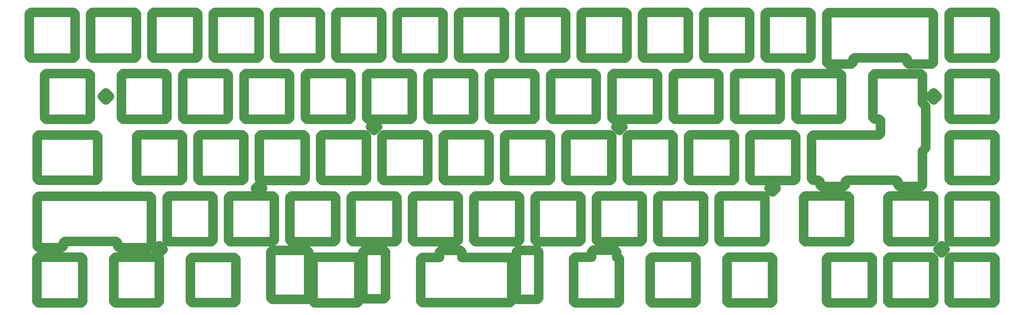
<source format=gbr>
G04 #@! TF.GenerationSoftware,KiCad,Pcbnew,(5.1.11)-1*
G04 #@! TF.CreationDate,2022-08-10T17:55:51+07:00*
G04 #@! TF.ProjectId,Plate,506c6174-652e-46b6-9963-61645f706362,rev?*
G04 #@! TF.SameCoordinates,Original*
G04 #@! TF.FileFunction,Legend,Bot*
G04 #@! TF.FilePolarity,Positive*
%FSLAX45Y45*%
G04 Gerber Fmt 4.5, Leading zero omitted, Abs format (unit mm)*
G04 Created by KiCad (PCBNEW (5.1.11)-1) date 2022-08-10 17:55:51*
%MOMM*%
%LPD*%
G01*
G04 APERTURE LIST*
%ADD10C,3.000000*%
G04 APERTURE END LIST*
D10*
X15075837Y-13444671D02*
X15025837Y-13495372D01*
X15025837Y-14914979D02*
X15025837Y-13495372D01*
X15025837Y-14914979D02*
X15075837Y-14965679D01*
X15675837Y-14965679D02*
X15075837Y-14965679D01*
X15675837Y-14965679D02*
X15725837Y-14914979D01*
X15725837Y-13495372D02*
X15725837Y-14914979D01*
X15725837Y-13495372D02*
X15675837Y-13444671D01*
X15075837Y-13444671D02*
X15675837Y-13444671D01*
X12688236Y-13444671D02*
X12638237Y-13494671D01*
X12638237Y-13662134D02*
X12638237Y-13494671D01*
X12103336Y-13662134D02*
X12638237Y-13662134D01*
X12103336Y-13662134D02*
X12053337Y-13712134D01*
X12053337Y-15012134D02*
X12053337Y-13712134D01*
X12053337Y-15012134D02*
X12103336Y-15062133D01*
X14826900Y-15062133D02*
X12103336Y-15062133D01*
X14826900Y-15062133D02*
X14882036Y-15012134D01*
X14882036Y-13712134D02*
X14882036Y-15012134D01*
X14882036Y-13712134D02*
X14826900Y-13662134D01*
X13338235Y-13662134D02*
X14826900Y-13662134D01*
X13338235Y-13494671D02*
X13338235Y-13662134D01*
X13338235Y-13494671D02*
X13288236Y-13444671D01*
X12688236Y-13444671D02*
X13288236Y-13444671D01*
X10313337Y-13444671D02*
X10263337Y-13494671D01*
X10263337Y-14894671D02*
X10263337Y-13494671D01*
X10263337Y-14894671D02*
X10313337Y-14944671D01*
X10913337Y-14944671D02*
X10313337Y-14944671D01*
X10913337Y-14944671D02*
X10963337Y-14894671D01*
X10963337Y-13494671D02*
X10963337Y-14894671D01*
X10963337Y-13494671D02*
X10913337Y-13444671D01*
X10313337Y-13444671D02*
X10913337Y-13444671D01*
X7399560Y-14914977D02*
X7449720Y-14965679D01*
X8525575Y-14965679D02*
X7449720Y-14965679D01*
X8525575Y-14965679D02*
X8575737Y-14914977D01*
X8575737Y-13495373D02*
X8575737Y-14914977D01*
X8575737Y-13495373D02*
X8525575Y-13444671D01*
X7449720Y-13444671D02*
X8525575Y-13444671D01*
X7449720Y-13444671D02*
X7399560Y-13495373D01*
X7399560Y-14914977D02*
X7399560Y-13495373D01*
X17417120Y-13436272D02*
X17361084Y-13489404D01*
X17361084Y-13652135D02*
X17361084Y-13489404D01*
X16856551Y-13652135D02*
X17361084Y-13652135D01*
X16856551Y-13652135D02*
X16805835Y-13702849D01*
X16805835Y-15021421D02*
X16805835Y-13702849D01*
X16805835Y-15021421D02*
X16856551Y-15072135D01*
X18175123Y-15072135D02*
X16856551Y-15072135D01*
X18175123Y-15072135D02*
X18225837Y-15021421D01*
X18225837Y-13702849D02*
X18225837Y-15021421D01*
X18225837Y-13702849D02*
X18175123Y-13652135D01*
X18145611Y-13652135D02*
X18175123Y-13652135D01*
X18145611Y-13489404D02*
X18145611Y-13652135D01*
X18145611Y-13489404D02*
X18089573Y-13436272D01*
X17417120Y-13436272D02*
X18089573Y-13436272D01*
X8760251Y-13652134D02*
X8709536Y-13702848D01*
X8709536Y-15021420D02*
X8709536Y-13702848D01*
X8709536Y-15021420D02*
X8760251Y-15072134D01*
X10078822Y-15072134D02*
X8760251Y-15072134D01*
X10078822Y-15072134D02*
X10129536Y-15021420D01*
X10129536Y-13702848D02*
X10129536Y-15021420D01*
X10129536Y-13702848D02*
X10078822Y-13652134D01*
X8760251Y-13652134D02*
X10078822Y-13652134D01*
X21568360Y-15021420D02*
X21619074Y-15072133D01*
X22937647Y-15072133D02*
X21619074Y-15072133D01*
X22937647Y-15072133D02*
X22988360Y-15021420D01*
X22988360Y-13702847D02*
X22988360Y-15021420D01*
X22988360Y-13702847D02*
X22937647Y-13652133D01*
X21619074Y-13652133D02*
X22937647Y-13652133D01*
X21619074Y-13652133D02*
X21568360Y-13702847D01*
X21568360Y-15021420D02*
X21568360Y-13702847D01*
X19187061Y-15021420D02*
X19237774Y-15072133D01*
X20556347Y-15072133D02*
X19237774Y-15072133D01*
X20556347Y-15072133D02*
X20607063Y-15021420D01*
X20607063Y-13702847D02*
X20607063Y-15021420D01*
X20607063Y-13702847D02*
X20556347Y-13652133D01*
X19237774Y-13652133D02*
X20556347Y-13652133D01*
X19237774Y-13652133D02*
X19187061Y-13702847D01*
X19187061Y-15021420D02*
X19187061Y-13702847D01*
X4904561Y-15016777D02*
X4954917Y-15067133D01*
X6264204Y-15067133D02*
X4954917Y-15067133D01*
X6264204Y-15067133D02*
X6314561Y-15016777D01*
X6314561Y-13707490D02*
X6314561Y-15016777D01*
X6314561Y-13707490D02*
X6264204Y-13657133D01*
X4954917Y-13657133D02*
X6264204Y-13657133D01*
X4954917Y-13657133D02*
X4904561Y-13707490D01*
X4904561Y-15016777D02*
X4904561Y-13707490D01*
X2518360Y-15021420D02*
X2569074Y-15072133D01*
X3887647Y-15072133D02*
X2569074Y-15072133D01*
X3887647Y-15072133D02*
X3938362Y-15021420D01*
X3938362Y-13702847D02*
X3938362Y-15021420D01*
X3938362Y-13702847D02*
X3887647Y-13652133D01*
X2569074Y-13652133D02*
X3887647Y-13652133D01*
X2569074Y-13652133D02*
X2518360Y-13702847D01*
X2518360Y-15021420D02*
X2518360Y-13702847D01*
X137061Y-15021420D02*
X187774Y-15072133D01*
X1506347Y-15072133D02*
X187774Y-15072133D01*
X1506347Y-15072133D02*
X1557061Y-15021420D01*
X1557061Y-13702847D02*
X1557061Y-15021420D01*
X1557061Y-13702847D02*
X1506347Y-13652133D01*
X187774Y-13652133D02*
X1506347Y-13652133D01*
X187774Y-13652133D02*
X137061Y-13702847D01*
X137061Y-15021420D02*
X137061Y-13702847D01*
X27640811Y-7997134D02*
X27640811Y-8849634D01*
X27640811Y-7997134D02*
X27590811Y-7947134D01*
X26152686Y-7947134D02*
X27590811Y-7947134D01*
X26152686Y-7947134D02*
X26102686Y-7997134D01*
X26102686Y-9297134D02*
X26102686Y-7997134D01*
X26102686Y-9297134D02*
X26152686Y-9347134D01*
X26290811Y-9347134D02*
X26152686Y-9347134D01*
X26290811Y-9347134D02*
X26340811Y-9397134D01*
X26340811Y-9802134D02*
X26340811Y-9397134D01*
X26340811Y-9802134D02*
X26290811Y-9852134D01*
X24247686Y-9852134D02*
X26290811Y-9852134D01*
X24247686Y-9852134D02*
X24197686Y-9902134D01*
X24197686Y-11202134D02*
X24197686Y-9902134D01*
X24197686Y-11202134D02*
X24247686Y-11252134D01*
X24409264Y-11252134D02*
X24247686Y-11252134D01*
X24409264Y-11252134D02*
X24459264Y-11302134D01*
X24459264Y-11402134D02*
X24459264Y-11302134D01*
X24459264Y-11402134D02*
X24509264Y-11452134D01*
X25194511Y-11452134D02*
X24509264Y-11452134D01*
X25194511Y-11452134D02*
X25244511Y-11402134D01*
X25244511Y-11302134D02*
X25244511Y-11402134D01*
X25244511Y-11302134D02*
X25294511Y-11252134D01*
X26828731Y-11252134D02*
X25294511Y-11252134D01*
X26828731Y-11252134D02*
X26878731Y-11302134D01*
X26878731Y-11402134D02*
X26878731Y-11302134D01*
X26878731Y-11402134D02*
X26928731Y-11452134D01*
X27590811Y-11452134D02*
X26928731Y-11452134D01*
X27590811Y-11452134D02*
X27640811Y-11402134D01*
X27640811Y-10349634D02*
X27640811Y-11402134D01*
X27640811Y-10349634D02*
X27690811Y-10299634D01*
X27690811Y-10299634D02*
X27740811Y-10249634D01*
X27740811Y-8949634D02*
X27740811Y-10249634D01*
X27740811Y-8949634D02*
X27690811Y-8899634D01*
X27690811Y-8899634D02*
X27640811Y-8849634D01*
X28473936Y-15021420D02*
X28524651Y-15072134D01*
X29843222Y-15072134D02*
X28524651Y-15072134D01*
X29843222Y-15072134D02*
X29893936Y-15021420D01*
X29893936Y-13702848D02*
X29893936Y-15021420D01*
X29893936Y-13702848D02*
X29843222Y-13652134D01*
X28524651Y-13652134D02*
X29843222Y-13652134D01*
X28524651Y-13652134D02*
X28473936Y-13702848D01*
X28473936Y-15021420D02*
X28473936Y-13702848D01*
X425901Y-7937134D02*
X375186Y-7987848D01*
X375186Y-9306420D02*
X375186Y-7987848D01*
X375186Y-9306420D02*
X425901Y-9357134D01*
X1744472Y-9357134D02*
X425901Y-9357134D01*
X1744472Y-9357134D02*
X1795186Y-9306420D01*
X1795186Y-7987848D02*
X1795186Y-9306420D01*
X1795186Y-7987848D02*
X1744472Y-7937134D01*
X425901Y-7937134D02*
X1744472Y-7937134D01*
X17520186Y-13116420D02*
X17570901Y-13167134D01*
X18889472Y-13167134D02*
X17570901Y-13167134D01*
X18889472Y-13167134D02*
X18940186Y-13116420D01*
X18940186Y-11797848D02*
X18940186Y-13116420D01*
X18940186Y-11797848D02*
X18889472Y-11747134D01*
X17570901Y-11747134D02*
X18889472Y-11747134D01*
X17570901Y-11747134D02*
X17520186Y-11797848D01*
X17520186Y-13116420D02*
X17520186Y-11797848D01*
X18472686Y-11211420D02*
X18523401Y-11262134D01*
X19841972Y-11262134D02*
X18523401Y-11262134D01*
X19841972Y-11262134D02*
X19892686Y-11211420D01*
X19892686Y-9892849D02*
X19892686Y-11211420D01*
X19892686Y-9892849D02*
X19841972Y-9842134D01*
X18523401Y-9842134D02*
X19841972Y-9842134D01*
X18523401Y-9842134D02*
X18472686Y-9892849D01*
X18472686Y-11211420D02*
X18472686Y-9892849D01*
X7042686Y-11211420D02*
X7093401Y-11262134D01*
X8411972Y-11262134D02*
X7093401Y-11262134D01*
X8411972Y-11262134D02*
X8462686Y-11211420D01*
X8462686Y-9892849D02*
X8462686Y-11211420D01*
X8462686Y-9892849D02*
X8411972Y-9842134D01*
X7093401Y-9842134D02*
X8411972Y-9842134D01*
X7093401Y-9842134D02*
X7042686Y-9892849D01*
X7042686Y-11211420D02*
X7042686Y-9892849D01*
X28473936Y-13116420D02*
X28524651Y-13167134D01*
X29843222Y-13167134D02*
X28524651Y-13167134D01*
X29843222Y-13167134D02*
X29893936Y-13116420D01*
X29893936Y-11797848D02*
X29893936Y-13116420D01*
X29893936Y-11797848D02*
X29843222Y-11747134D01*
X28524651Y-11747134D02*
X29843222Y-11747134D01*
X28524651Y-11747134D02*
X28473936Y-11797848D01*
X28473936Y-13116420D02*
X28473936Y-11797848D01*
X6617151Y-7937134D02*
X6566436Y-7987848D01*
X6566436Y-9306420D02*
X6566436Y-7987848D01*
X6566436Y-9306420D02*
X6617151Y-9357134D01*
X7935722Y-9357134D02*
X6617151Y-9357134D01*
X7935722Y-9357134D02*
X7986436Y-9306420D01*
X7986436Y-7987848D02*
X7986436Y-9306420D01*
X7986436Y-7987848D02*
X7935722Y-7937134D01*
X6617151Y-7937134D02*
X7935722Y-7937134D01*
X8471436Y-9306420D02*
X8522151Y-9357134D01*
X9840722Y-9357134D02*
X8522151Y-9357134D01*
X9840722Y-9357134D02*
X9891436Y-9306420D01*
X9891436Y-7987848D02*
X9891436Y-9306420D01*
X9891436Y-7987848D02*
X9840722Y-7937134D01*
X8522151Y-7937134D02*
X9840722Y-7937134D01*
X8522151Y-7937134D02*
X8471436Y-7987848D01*
X8471436Y-9306420D02*
X8471436Y-7987848D01*
X2756436Y-9306420D02*
X2807151Y-9357134D01*
X4125722Y-9357134D02*
X2807151Y-9357134D01*
X4125722Y-9357134D02*
X4176436Y-9306420D01*
X4176436Y-7987848D02*
X4176436Y-9306420D01*
X4176436Y-7987848D02*
X4125722Y-7937134D01*
X2807151Y-7937134D02*
X4125722Y-7937134D01*
X2807151Y-7937134D02*
X2756436Y-7987848D01*
X2756436Y-9306420D02*
X2756436Y-7987848D01*
X14186436Y-9306420D02*
X14237151Y-9357134D01*
X15555722Y-9357134D02*
X14237151Y-9357134D01*
X15555722Y-9357134D02*
X15606436Y-9306420D01*
X15606436Y-7987848D02*
X15606436Y-9306420D01*
X15606436Y-7987848D02*
X15555722Y-7937134D01*
X14237151Y-7937134D02*
X15555722Y-7937134D01*
X14237151Y-7937134D02*
X14186436Y-7987848D01*
X14186436Y-9306420D02*
X14186436Y-7987848D01*
X3232686Y-11211420D02*
X3283401Y-11262134D01*
X4601972Y-11262134D02*
X3283401Y-11262134D01*
X4601972Y-11262134D02*
X4652686Y-11211420D01*
X4652686Y-9892849D02*
X4652686Y-11211420D01*
X4652686Y-9892849D02*
X4601972Y-9842134D01*
X3283401Y-9842134D02*
X4601972Y-9842134D01*
X3283401Y-9842134D02*
X3232686Y-9892849D01*
X3232686Y-11211420D02*
X3232686Y-9892849D01*
X15138936Y-7401420D02*
X15189651Y-7452134D01*
X16508222Y-7452134D02*
X15189651Y-7452134D01*
X16508222Y-7452134D02*
X16558936Y-7401420D01*
X16558936Y-6082848D02*
X16558936Y-7401420D01*
X16558936Y-6082848D02*
X16508222Y-6032134D01*
X15189651Y-6032134D02*
X16508222Y-6032134D01*
X15189651Y-6032134D02*
X15138936Y-6082848D01*
X15138936Y-7401420D02*
X15138936Y-6082848D01*
X18948936Y-7401420D02*
X18999651Y-7452134D01*
X20318222Y-7452134D02*
X18999651Y-7452134D01*
X20318222Y-7452134D02*
X20368936Y-7401420D01*
X20368936Y-6082848D02*
X20368936Y-7401420D01*
X20368936Y-6082848D02*
X20318222Y-6032134D01*
X18999651Y-6032134D02*
X20318222Y-6032134D01*
X18999651Y-6032134D02*
X18948936Y-6082848D01*
X18948936Y-7401420D02*
X18948936Y-6082848D01*
X7569651Y-6032134D02*
X7518936Y-6082848D01*
X7518936Y-7401420D02*
X7518936Y-6082848D01*
X7518936Y-7401420D02*
X7569651Y-7452134D01*
X8888222Y-7452134D02*
X7569651Y-7452134D01*
X8888222Y-7452134D02*
X8938936Y-7401420D01*
X8938936Y-6082848D02*
X8938936Y-7401420D01*
X8938936Y-6082848D02*
X8888222Y-6032134D01*
X7569651Y-6032134D02*
X8888222Y-6032134D01*
X16567686Y-11211420D02*
X16618401Y-11262134D01*
X17936972Y-11262134D02*
X16618401Y-11262134D01*
X17936972Y-11262134D02*
X17987686Y-11211420D01*
X17987686Y-9892849D02*
X17987686Y-11211420D01*
X17987686Y-9892849D02*
X17936972Y-9842134D01*
X16618401Y-9842134D02*
X17936972Y-9842134D01*
X16618401Y-9842134D02*
X16567686Y-9892849D01*
X16567686Y-11211420D02*
X16567686Y-9892849D01*
X197061Y-11757134D02*
X147061Y-11807134D01*
X147061Y-13307134D02*
X147061Y-11807134D01*
X147061Y-13307134D02*
X197061Y-13357134D01*
X905761Y-13357134D02*
X197061Y-13357134D01*
X905761Y-13357134D02*
X955761Y-13307134D01*
X955761Y-13207134D02*
X955761Y-13307134D01*
X955761Y-13207134D02*
X1005761Y-13157134D01*
X2593361Y-13157134D02*
X1005761Y-13157134D01*
X2593361Y-13157134D02*
X2643361Y-13207134D01*
X2643361Y-13307134D02*
X2643361Y-13207134D01*
X2643361Y-13307134D02*
X2693361Y-13357134D01*
X3640186Y-13357134D02*
X2693361Y-13357134D01*
X3640186Y-13357134D02*
X3690186Y-13307134D01*
X3690186Y-11807134D02*
X3690186Y-13307134D01*
X3690186Y-11807134D02*
X3640186Y-11757134D01*
X197061Y-11757134D02*
X3640186Y-11757134D01*
X9950901Y-11747134D02*
X9900186Y-11797848D01*
X9900186Y-13116420D02*
X9900186Y-11797848D01*
X9900186Y-13116420D02*
X9950901Y-13167134D01*
X11269472Y-13167134D02*
X9950901Y-13167134D01*
X11269472Y-13167134D02*
X11320186Y-13116420D01*
X11320186Y-11797848D02*
X11320186Y-13116420D01*
X11320186Y-11797848D02*
X11269472Y-11747134D01*
X9950901Y-11747134D02*
X11269472Y-11747134D01*
X1803936Y-7401420D02*
X1854651Y-7452134D01*
X3173222Y-7452134D02*
X1854651Y-7452134D01*
X3173222Y-7452134D02*
X3223936Y-7401420D01*
X3223936Y-6082848D02*
X3223936Y-7401420D01*
X3223936Y-6082848D02*
X3173222Y-6032134D01*
X1854651Y-6032134D02*
X3173222Y-6032134D01*
X1854651Y-6032134D02*
X1803936Y-6082848D01*
X1803936Y-7401420D02*
X1803936Y-6082848D01*
X28473936Y-9306420D02*
X28524651Y-9357134D01*
X29843222Y-9357134D02*
X28524651Y-9357134D01*
X29843222Y-9357134D02*
X29893936Y-9306420D01*
X29893936Y-7987848D02*
X29893936Y-9306420D01*
X29893936Y-7987848D02*
X29843222Y-7937134D01*
X28524651Y-7937134D02*
X29843222Y-7937134D01*
X28524651Y-7937134D02*
X28473936Y-7987848D01*
X28473936Y-9306420D02*
X28473936Y-7987848D01*
X13710186Y-13116420D02*
X13760901Y-13167134D01*
X15079472Y-13167134D02*
X13760901Y-13167134D01*
X15079472Y-13167134D02*
X15130186Y-13116420D01*
X15130186Y-11797848D02*
X15130186Y-13116420D01*
X15130186Y-11797848D02*
X15079472Y-11747134D01*
X13760901Y-11747134D02*
X15079472Y-11747134D01*
X13760901Y-11747134D02*
X13710186Y-11797848D01*
X13710186Y-13116420D02*
X13710186Y-11797848D01*
X10852686Y-11211420D02*
X10903401Y-11262134D01*
X12221972Y-11262134D02*
X10903401Y-11262134D01*
X12221972Y-11262134D02*
X12272686Y-11211420D01*
X12272686Y-9892849D02*
X12272686Y-11211420D01*
X12272686Y-9892849D02*
X12221972Y-9842134D01*
X10903401Y-9842134D02*
X12221972Y-9842134D01*
X10903401Y-9842134D02*
X10852686Y-9892849D01*
X10852686Y-11211420D02*
X10852686Y-9892849D01*
X4235901Y-11747134D02*
X4185186Y-11797848D01*
X4185186Y-13116420D02*
X4185186Y-11797848D01*
X4185186Y-13116420D02*
X4235901Y-13167134D01*
X5554472Y-13167134D02*
X4235901Y-13167134D01*
X5554472Y-13167134D02*
X5605186Y-13116420D01*
X5605186Y-11797848D02*
X5605186Y-13116420D01*
X5605186Y-11797848D02*
X5554472Y-11747134D01*
X4235901Y-11747134D02*
X5554472Y-11747134D01*
X17043936Y-7401420D02*
X17094651Y-7452134D01*
X18413222Y-7452134D02*
X17094651Y-7452134D01*
X18413222Y-7452134D02*
X18463936Y-7401420D01*
X18463936Y-6082848D02*
X18463936Y-7401420D01*
X18463936Y-6082848D02*
X18413222Y-6032134D01*
X17094651Y-6032134D02*
X18413222Y-6032134D01*
X17094651Y-6032134D02*
X17043936Y-6082848D01*
X17043936Y-7401420D02*
X17043936Y-6082848D01*
X11805186Y-13116420D02*
X11855901Y-13167134D01*
X13174472Y-13167134D02*
X11855901Y-13167134D01*
X13174472Y-13167134D02*
X13225186Y-13116420D01*
X13225186Y-11797848D02*
X13225186Y-13116420D01*
X13225186Y-11797848D02*
X13174472Y-11747134D01*
X11855901Y-11747134D02*
X13174472Y-11747134D01*
X11855901Y-11747134D02*
X11805186Y-11797848D01*
X11805186Y-13116420D02*
X11805186Y-11797848D01*
X8045901Y-11747134D02*
X7995186Y-11797848D01*
X7995186Y-13116420D02*
X7995186Y-11797848D01*
X7995186Y-13116420D02*
X8045901Y-13167134D01*
X9364472Y-13167134D02*
X8045901Y-13167134D01*
X9364472Y-13167134D02*
X9415186Y-13116420D01*
X9415186Y-11797848D02*
X9415186Y-13116420D01*
X9415186Y-11797848D02*
X9364472Y-11747134D01*
X8045901Y-11747134D02*
X9364472Y-11747134D01*
X25432636Y-7642134D02*
X25482636Y-7592134D01*
X25482636Y-7492134D02*
X25482636Y-7592134D01*
X25482636Y-7492134D02*
X25532636Y-7442134D01*
X27120236Y-7442134D02*
X25532636Y-7442134D01*
X27120236Y-7442134D02*
X27170236Y-7492134D01*
X27170236Y-7592134D02*
X27170236Y-7492134D01*
X27170236Y-7592134D02*
X27220236Y-7642134D01*
X27928936Y-7642134D02*
X27220236Y-7642134D01*
X27928936Y-7642134D02*
X27978936Y-7592134D01*
X27978936Y-6092134D02*
X27978936Y-7592134D01*
X27978936Y-6092134D02*
X27928936Y-6042134D01*
X24723936Y-6042134D02*
X27928936Y-6042134D01*
X24723936Y-6042134D02*
X24673936Y-6092134D01*
X24673936Y-7592134D02*
X24673936Y-6092134D01*
X24673936Y-7592134D02*
X24723936Y-7642134D01*
X25432636Y-7642134D02*
X24723936Y-7642134D01*
X24714651Y-13652134D02*
X24663936Y-13702848D01*
X24663936Y-15021420D02*
X24663936Y-13702848D01*
X24663936Y-15021420D02*
X24714651Y-15072134D01*
X26033222Y-15072134D02*
X24714651Y-15072134D01*
X26033222Y-15072134D02*
X26083936Y-15021420D01*
X26083936Y-13702848D02*
X26083936Y-15021420D01*
X26083936Y-13702848D02*
X26033222Y-13652134D01*
X24714651Y-13652134D02*
X26033222Y-13652134D01*
X28473936Y-7401420D02*
X28524651Y-7452134D01*
X29843222Y-7452134D02*
X28524651Y-7452134D01*
X29843222Y-7452134D02*
X29893936Y-7401420D01*
X29893936Y-6082848D02*
X29893936Y-7401420D01*
X29893936Y-6082848D02*
X29843222Y-6032134D01*
X28524651Y-6032134D02*
X29843222Y-6032134D01*
X28524651Y-6032134D02*
X28473936Y-6082848D01*
X28473936Y-7401420D02*
X28473936Y-6082848D01*
X12281436Y-9306420D02*
X12332151Y-9357134D01*
X13650722Y-9357134D02*
X12332151Y-9357134D01*
X13650722Y-9357134D02*
X13701436Y-9306420D01*
X13701436Y-7987848D02*
X13701436Y-9306420D01*
X13701436Y-7987848D02*
X13650722Y-7937134D01*
X12332151Y-7937134D02*
X13650722Y-7937134D01*
X12332151Y-7937134D02*
X12281436Y-7987848D01*
X12281436Y-9306420D02*
X12281436Y-7987848D01*
X4661436Y-9306420D02*
X4712151Y-9357134D01*
X6030722Y-9357134D02*
X4712151Y-9357134D01*
X6030722Y-9357134D02*
X6081436Y-9306420D01*
X6081436Y-7987848D02*
X6081436Y-9306420D01*
X6081436Y-7987848D02*
X6030722Y-7937134D01*
X4712151Y-7937134D02*
X6030722Y-7937134D01*
X4712151Y-7937134D02*
X4661436Y-7987848D01*
X4661436Y-9306420D02*
X4661436Y-7987848D01*
X12808401Y-9842134D02*
X12757686Y-9892849D01*
X12757686Y-11211420D02*
X12757686Y-9892849D01*
X12757686Y-11211420D02*
X12808401Y-11262134D01*
X14126972Y-11262134D02*
X12808401Y-11262134D01*
X14126972Y-11262134D02*
X14177686Y-11211420D01*
X14177686Y-9892849D02*
X14177686Y-11211420D01*
X14177686Y-9892849D02*
X14126972Y-9842134D01*
X12808401Y-9842134D02*
X14126972Y-9842134D01*
X16142151Y-7937134D02*
X16091436Y-7987848D01*
X16091436Y-9306420D02*
X16091436Y-7987848D01*
X16091436Y-9306420D02*
X16142151Y-9357134D01*
X17460722Y-9357134D02*
X16142151Y-9357134D01*
X17460722Y-9357134D02*
X17511436Y-9306420D01*
X17511436Y-7987848D02*
X17511436Y-9306420D01*
X17511436Y-7987848D02*
X17460722Y-7937134D01*
X16142151Y-7937134D02*
X17460722Y-7937134D01*
X19425186Y-13116420D02*
X19475901Y-13167134D01*
X20794472Y-13167134D02*
X19475901Y-13167134D01*
X20794472Y-13167134D02*
X20845186Y-13116420D01*
X20845186Y-11797848D02*
X20845186Y-13116420D01*
X20845186Y-11797848D02*
X20794472Y-11747134D01*
X19475901Y-11747134D02*
X20794472Y-11747134D01*
X19475901Y-11747134D02*
X19425186Y-11797848D01*
X19425186Y-13116420D02*
X19425186Y-11797848D01*
X22758936Y-7401420D02*
X22809651Y-7452134D01*
X24128222Y-7452134D02*
X22809651Y-7452134D01*
X24128222Y-7452134D02*
X24178936Y-7401420D01*
X24178936Y-6082848D02*
X24178936Y-7401420D01*
X24178936Y-6082848D02*
X24128222Y-6032134D01*
X22809651Y-6032134D02*
X24128222Y-6032134D01*
X22809651Y-6032134D02*
X22758936Y-6082848D01*
X22758936Y-7401420D02*
X22758936Y-6082848D01*
X15615186Y-13116420D02*
X15665901Y-13167134D01*
X16984472Y-13167134D02*
X15665901Y-13167134D01*
X16984472Y-13167134D02*
X17035186Y-13116420D01*
X17035186Y-11797848D02*
X17035186Y-13116420D01*
X17035186Y-11797848D02*
X16984472Y-11747134D01*
X15665901Y-11747134D02*
X16984472Y-11747134D01*
X15665901Y-11747134D02*
X15615186Y-11797848D01*
X15615186Y-13116420D02*
X15615186Y-11797848D01*
X6090186Y-13116420D02*
X6140901Y-13167134D01*
X7459472Y-13167134D02*
X6140901Y-13167134D01*
X7459472Y-13167134D02*
X7510186Y-13116420D01*
X7510186Y-11797848D02*
X7510186Y-13116420D01*
X7510186Y-11797848D02*
X7459472Y-11747134D01*
X6140901Y-11747134D02*
X7459472Y-11747134D01*
X6140901Y-11747134D02*
X6090186Y-11797848D01*
X6090186Y-13116420D02*
X6090186Y-11797848D01*
X28473936Y-11211420D02*
X28524651Y-11262134D01*
X29843222Y-11262134D02*
X28524651Y-11262134D01*
X29843222Y-11262134D02*
X29893936Y-11211420D01*
X29893936Y-9892849D02*
X29893936Y-11211420D01*
X29893936Y-9892849D02*
X29843222Y-9842134D01*
X28524651Y-9842134D02*
X29843222Y-9842134D01*
X28524651Y-9842134D02*
X28473936Y-9892849D01*
X28473936Y-11211420D02*
X28473936Y-9892849D01*
X22282686Y-11211420D02*
X22333401Y-11262134D01*
X23651972Y-11262134D02*
X22333401Y-11262134D01*
X23651972Y-11262134D02*
X23702686Y-11211420D01*
X23702686Y-9892849D02*
X23702686Y-11211420D01*
X23702686Y-9892849D02*
X23651972Y-9842134D01*
X22333401Y-9842134D02*
X23651972Y-9842134D01*
X22333401Y-9842134D02*
X22282686Y-9892849D01*
X22282686Y-11211420D02*
X22282686Y-9892849D01*
X8947686Y-11211420D02*
X8998401Y-11262134D01*
X10316972Y-11262134D02*
X8998401Y-11262134D01*
X10316972Y-11262134D02*
X10367686Y-11211420D01*
X10367686Y-9892849D02*
X10367686Y-11211420D01*
X10367686Y-9892849D02*
X10316972Y-9842134D01*
X8998401Y-9842134D02*
X10316972Y-9842134D01*
X8998401Y-9842134D02*
X8947686Y-9892849D01*
X8947686Y-11211420D02*
X8947686Y-9892849D01*
X23711436Y-9306420D02*
X23762151Y-9357134D01*
X25080722Y-9357134D02*
X23762151Y-9357134D01*
X25080722Y-9357134D02*
X25131436Y-9306420D01*
X25131436Y-7987848D02*
X25131436Y-9306420D01*
X25131436Y-7987848D02*
X25080722Y-7937134D01*
X23762151Y-7937134D02*
X25080722Y-7937134D01*
X23762151Y-7937134D02*
X23711436Y-7987848D01*
X23711436Y-9306420D02*
X23711436Y-7987848D01*
X5137686Y-11211420D02*
X5188401Y-11262134D01*
X6506972Y-11262134D02*
X5188401Y-11262134D01*
X6506972Y-11262134D02*
X6557686Y-11211420D01*
X6557686Y-9892849D02*
X6557686Y-11211420D01*
X6557686Y-9892849D02*
X6506972Y-9842134D01*
X5188401Y-9842134D02*
X6506972Y-9842134D01*
X5188401Y-9842134D02*
X5137686Y-9892849D01*
X5137686Y-11211420D02*
X5137686Y-9892849D01*
X10376436Y-9306420D02*
X10427151Y-9357134D01*
X11745722Y-9357134D02*
X10427151Y-9357134D01*
X11745722Y-9357134D02*
X11796436Y-9306420D01*
X11796436Y-7987848D02*
X11796436Y-9306420D01*
X11796436Y-7987848D02*
X11745722Y-7937134D01*
X10427151Y-7937134D02*
X11745722Y-7937134D01*
X10427151Y-7937134D02*
X10376436Y-7987848D01*
X10376436Y-9306420D02*
X10376436Y-7987848D01*
X21330186Y-13116420D02*
X21380901Y-13167134D01*
X22699472Y-13167134D02*
X21380901Y-13167134D01*
X22699472Y-13167134D02*
X22750186Y-13116420D01*
X22750186Y-11797848D02*
X22750186Y-13116420D01*
X22750186Y-11797848D02*
X22699472Y-11747134D01*
X21380901Y-11747134D02*
X22699472Y-11747134D01*
X21380901Y-11747134D02*
X21330186Y-11797848D01*
X21330186Y-13116420D02*
X21330186Y-11797848D01*
X14662686Y-11211420D02*
X14713401Y-11262134D01*
X16031972Y-11262134D02*
X14713401Y-11262134D01*
X16031972Y-11262134D02*
X16082686Y-11211420D01*
X16082686Y-9892849D02*
X16082686Y-11211420D01*
X16082686Y-9892849D02*
X16031972Y-9842134D01*
X14713401Y-9842134D02*
X16031972Y-9842134D01*
X14713401Y-9842134D02*
X14662686Y-9892849D01*
X14662686Y-11211420D02*
X14662686Y-9892849D01*
X20377686Y-11211420D02*
X20428401Y-11262134D01*
X21746972Y-11262134D02*
X20428401Y-11262134D01*
X21746972Y-11262134D02*
X21797686Y-11211420D01*
X21797686Y-9892849D02*
X21797686Y-11211420D01*
X21797686Y-9892849D02*
X21746972Y-9842134D01*
X20428401Y-9842134D02*
X21746972Y-9842134D01*
X20428401Y-9842134D02*
X20377686Y-9892849D01*
X20377686Y-11211420D02*
X20377686Y-9892849D01*
X19901436Y-9306420D02*
X19952151Y-9357134D01*
X21270722Y-9357134D02*
X19952151Y-9357134D01*
X21270722Y-9357134D02*
X21321436Y-9306420D01*
X21321436Y-7987848D02*
X21321436Y-9306420D01*
X21321436Y-7987848D02*
X21270722Y-7937134D01*
X19952151Y-7937134D02*
X21270722Y-7937134D01*
X19952151Y-7937134D02*
X19901436Y-7987848D01*
X19901436Y-9306420D02*
X19901436Y-7987848D01*
X18047151Y-7937134D02*
X17996436Y-7987848D01*
X17996436Y-9306420D02*
X17996436Y-7987848D01*
X17996436Y-9306420D02*
X18047151Y-9357134D01*
X19365722Y-9357134D02*
X18047151Y-9357134D01*
X19365722Y-9357134D02*
X19416436Y-9306420D01*
X19416436Y-7987848D02*
X19416436Y-9306420D01*
X19416436Y-7987848D02*
X19365722Y-7937134D01*
X18047151Y-7937134D02*
X19365722Y-7937134D01*
X5664651Y-6032134D02*
X5613936Y-6082848D01*
X5613936Y-7401420D02*
X5613936Y-6082848D01*
X5613936Y-7401420D02*
X5664651Y-7452134D01*
X6983222Y-7452134D02*
X5664651Y-7452134D01*
X6983222Y-7452134D02*
X7033936Y-7401420D01*
X7033936Y-6082848D02*
X7033936Y-7401420D01*
X7033936Y-6082848D02*
X6983222Y-6032134D01*
X5664651Y-6032134D02*
X6983222Y-6032134D01*
X21806436Y-9306420D02*
X21857151Y-9357134D01*
X23175722Y-9357134D02*
X21857151Y-9357134D01*
X23175722Y-9357134D02*
X23226436Y-9306420D01*
X23226436Y-7987848D02*
X23226436Y-9306420D01*
X23226436Y-7987848D02*
X23175722Y-7937134D01*
X21857151Y-7937134D02*
X23175722Y-7937134D01*
X21857151Y-7937134D02*
X21806436Y-7987848D01*
X21806436Y-9306420D02*
X21806436Y-7987848D01*
X26568936Y-13116420D02*
X26619651Y-13167134D01*
X27938222Y-13167134D02*
X26619651Y-13167134D01*
X27938222Y-13167134D02*
X27988936Y-13116420D01*
X27988936Y-11797848D02*
X27988936Y-13116420D01*
X27988936Y-11797848D02*
X27938222Y-11747134D01*
X26619651Y-11747134D02*
X27938222Y-11747134D01*
X26619651Y-11747134D02*
X26568936Y-11797848D01*
X26568936Y-13116420D02*
X26568936Y-11797848D01*
X3708936Y-7401420D02*
X3759651Y-7452134D01*
X5078222Y-7452134D02*
X3759651Y-7452134D01*
X5078222Y-7452134D02*
X5128936Y-7401420D01*
X5128936Y-6082848D02*
X5128936Y-7401420D01*
X5128936Y-6082848D02*
X5078222Y-6032134D01*
X3759651Y-6032134D02*
X5078222Y-6032134D01*
X3759651Y-6032134D02*
X3708936Y-6082848D01*
X3708936Y-7401420D02*
X3708936Y-6082848D01*
X9423936Y-7401420D02*
X9474651Y-7452134D01*
X10793222Y-7452134D02*
X9474651Y-7452134D01*
X10793222Y-7452134D02*
X10843936Y-7401420D01*
X10843936Y-6082848D02*
X10843936Y-7401420D01*
X10843936Y-6082848D02*
X10793222Y-6032134D01*
X9474651Y-6032134D02*
X10793222Y-6032134D01*
X9474651Y-6032134D02*
X9423936Y-6082848D01*
X9423936Y-7401420D02*
X9423936Y-6082848D01*
X147061Y-11202134D02*
X197061Y-11252134D01*
X1973311Y-11252134D02*
X197061Y-11252134D01*
X1973311Y-11252134D02*
X2023311Y-11202134D01*
X2023311Y-9902134D02*
X2023311Y-11202134D01*
X2023311Y-9902134D02*
X1973311Y-9852134D01*
X197061Y-9852134D02*
X1973311Y-9852134D01*
X197061Y-9852134D02*
X147061Y-9902134D01*
X147061Y-11202134D02*
X147061Y-9902134D01*
X20853936Y-7401420D02*
X20904651Y-7452134D01*
X22223222Y-7452134D02*
X20904651Y-7452134D01*
X22223222Y-7452134D02*
X22273936Y-7401420D01*
X22273936Y-6082848D02*
X22273936Y-7401420D01*
X22273936Y-6082848D02*
X22223222Y-6032134D01*
X20904651Y-6032134D02*
X22223222Y-6032134D01*
X20904651Y-6032134D02*
X20853936Y-6082848D01*
X20853936Y-7401420D02*
X20853936Y-6082848D01*
X23949561Y-13116420D02*
X24000276Y-13167134D01*
X25318847Y-13167134D02*
X24000276Y-13167134D01*
X25318847Y-13167134D02*
X25369561Y-13116420D01*
X25369561Y-11797848D02*
X25369561Y-13116420D01*
X25369561Y-11797848D02*
X25318847Y-11747134D01*
X24000276Y-11747134D02*
X25318847Y-11747134D01*
X24000276Y-11747134D02*
X23949561Y-11797848D01*
X23949561Y-13116420D02*
X23949561Y-11797848D01*
X26568936Y-15021420D02*
X26619651Y-15072134D01*
X27938222Y-15072134D02*
X26619651Y-15072134D01*
X27938222Y-15072134D02*
X27988936Y-15021420D01*
X27988936Y-13702848D02*
X27988936Y-15021420D01*
X27988936Y-13702848D02*
X27938222Y-13652134D01*
X26619651Y-13652134D02*
X27938222Y-13652134D01*
X26619651Y-13652134D02*
X26568936Y-13702848D01*
X26568936Y-15021420D02*
X26568936Y-13702848D01*
X13233936Y-7401420D02*
X13284651Y-7452134D01*
X14603222Y-7452134D02*
X13284651Y-7452134D01*
X14603222Y-7452134D02*
X14653936Y-7401420D01*
X14653936Y-6082848D02*
X14653936Y-7401420D01*
X14653936Y-6082848D02*
X14603222Y-6032134D01*
X13284651Y-6032134D02*
X14603222Y-6032134D01*
X13284651Y-6032134D02*
X13233936Y-6082848D01*
X13233936Y-7401420D02*
X13233936Y-6082848D01*
X11328936Y-7401420D02*
X11379651Y-7452134D01*
X12698222Y-7452134D02*
X11379651Y-7452134D01*
X12698222Y-7452134D02*
X12748936Y-7401420D01*
X12748936Y-6082848D02*
X12748936Y-7401420D01*
X12748936Y-6082848D02*
X12698222Y-6032134D01*
X11379651Y-6032134D02*
X12698222Y-6032134D01*
X11379651Y-6032134D02*
X11328936Y-6082848D01*
X11328936Y-7401420D02*
X11328936Y-6082848D01*
X7147042Y-11507809D02*
X7037042Y-11397809D01*
X7037042Y-11617809D02*
X7147042Y-11507809D01*
X6927042Y-11507809D02*
X7037042Y-11617809D01*
X7037042Y-11397809D02*
X6927042Y-11507809D01*
X28103382Y-8647129D02*
X27993382Y-8537129D01*
X27993382Y-8757129D02*
X28103382Y-8647129D01*
X27883382Y-8647129D02*
X27993382Y-8757129D01*
X27993382Y-8537129D02*
X27883382Y-8647129D01*
X28341436Y-13409639D02*
X28231436Y-13299639D01*
X28231436Y-13519639D02*
X28341436Y-13409639D01*
X28121436Y-13409639D02*
X28231436Y-13519639D01*
X28231436Y-13299639D02*
X28121436Y-13409639D01*
X23098242Y-11507809D02*
X22988242Y-11397809D01*
X22988242Y-11617809D02*
X23098242Y-11507809D01*
X22878242Y-11507809D02*
X22988242Y-11617809D01*
X22988242Y-11397809D02*
X22878242Y-11507809D01*
X18340187Y-9599634D02*
X18230187Y-9489634D01*
X18230187Y-9709634D02*
X18340187Y-9599634D01*
X18120187Y-9599634D02*
X18230187Y-9709634D01*
X18230187Y-9489634D02*
X18120187Y-9599634D01*
X10720187Y-9599634D02*
X10610187Y-9489634D01*
X10610187Y-9709634D02*
X10720187Y-9599634D01*
X10500187Y-9599634D02*
X10610187Y-9709634D01*
X10610187Y-9489634D02*
X10500187Y-9599634D01*
X4052687Y-13409644D02*
X3942687Y-13299644D01*
X3942687Y-13519644D02*
X4052687Y-13409644D01*
X3832687Y-13409644D02*
X3942687Y-13519644D01*
X3942687Y-13299644D02*
X3832687Y-13409644D01*
X2385782Y-8647129D02*
X2275782Y-8537129D01*
X2275782Y-8757129D02*
X2385782Y-8647129D01*
X2165782Y-8647129D02*
X2275782Y-8757129D01*
X2275782Y-8537129D02*
X2165782Y-8647129D01*
X-101063Y-7401420D02*
X-50349Y-7452134D01*
X1268222Y-7452134D02*
X-50349Y-7452134D01*
X1268222Y-7452134D02*
X1318936Y-7401420D01*
X1318936Y-6082848D02*
X1318936Y-7401420D01*
X1318936Y-6082848D02*
X1268222Y-6032134D01*
X-50349Y-6032134D02*
X1268222Y-6032134D01*
X-50349Y-6032134D02*
X-101063Y-6082848D01*
X-101063Y-7401420D02*
X-101063Y-6082848D01*
M02*

</source>
